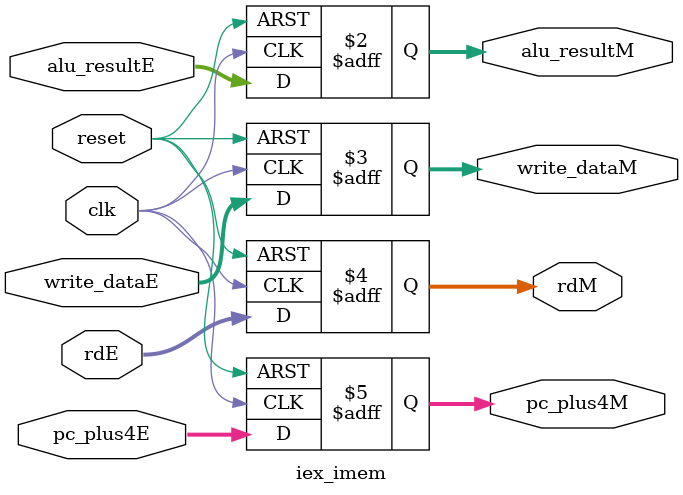
<source format=v>
`timescale 1ns / 1ps


module iex_imem(
    input wire clk,
    input wire reset,
    
    // Inputs
    input wire [31:0] alu_resultE,
    input wire [31:0] write_dataE,
    input wire [4:0] rdE,
    input wire [31:0] pc_plus4E,
    // Outputs
    output reg [31:0] alu_resultM,
    output reg [31:0] write_dataM,
    output reg [4:0] rdM,
    output reg [31:0] pc_plus4M
);
    
    always @(posedge clk or posedge reset) begin
        if (reset) begin
            alu_resultM <= 32'b0;
            write_dataM <= 32'b0;
            rdM <= 5'b0;
            pc_plus4M <= 32'b0;
        end
        else begin
            alu_resultM <= alu_resultE;
            write_dataM <= write_dataE;
            rdM <= rdE;
            pc_plus4M <= pc_plus4E;
        end
    end
endmodule

</source>
